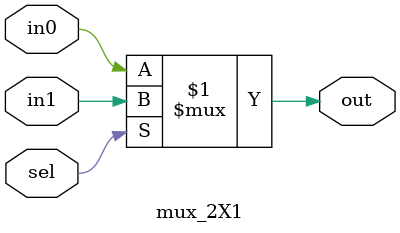
<source format=v>
module mux_2X1
#(
parameter DATA_WIDTH = 1
)
(
input [DATA_WIDTH-1:0] in0 ,
input [DATA_WIDTH-1:0] in1 ,
input sel ,
output [DATA_WIDTH-1:0] out
);

assign out = (sel)?in1:in0 ;

endmodule

</source>
